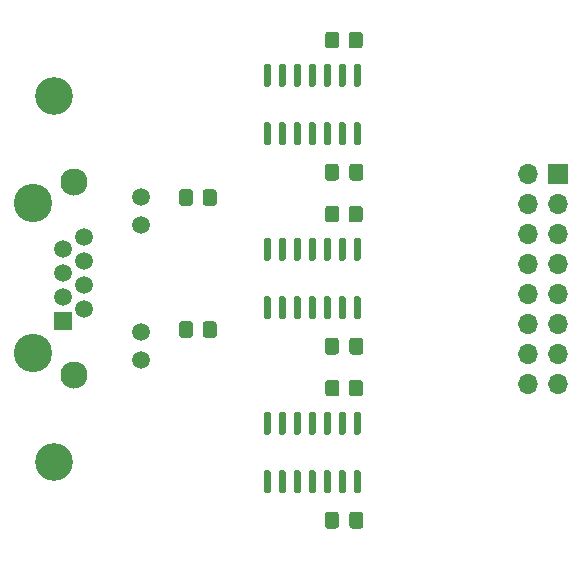
<source format=gbr>
G04 #@! TF.GenerationSoftware,KiCad,Pcbnew,7.0.2-6a45011f42~172~ubuntu22.04.1*
G04 #@! TF.CreationDate,2023-06-19T14:24:24-04:00*
G04 #@! TF.ProjectId,differential_encoder_encoder,64696666-6572-4656-9e74-69616c5f656e,rev?*
G04 #@! TF.SameCoordinates,Original*
G04 #@! TF.FileFunction,Soldermask,Top*
G04 #@! TF.FilePolarity,Negative*
%FSLAX46Y46*%
G04 Gerber Fmt 4.6, Leading zero omitted, Abs format (unit mm)*
G04 Created by KiCad (PCBNEW 7.0.2-6a45011f42~172~ubuntu22.04.1) date 2023-06-19 14:24:24*
%MOMM*%
%LPD*%
G01*
G04 APERTURE LIST*
%ADD10C,3.250000*%
%ADD11R,1.500000X1.500000*%
%ADD12C,1.500000*%
%ADD13C,2.300000*%
%ADD14C,3.200000*%
%ADD15R,1.700000X1.700000*%
%ADD16O,1.700000X1.700000*%
G04 APERTURE END LIST*
G04 #@! TO.C,U101*
G36*
G01*
X174856000Y-62336000D02*
X175156000Y-62336000D01*
G75*
G02*
X175306000Y-62486000I0J-150000D01*
G01*
X175306000Y-64136000D01*
G75*
G02*
X175156000Y-64286000I-150000J0D01*
G01*
X174856000Y-64286000D01*
G75*
G02*
X174706000Y-64136000I0J150000D01*
G01*
X174706000Y-62486000D01*
G75*
G02*
X174856000Y-62336000I150000J0D01*
G01*
G37*
G36*
G01*
X173586000Y-62336000D02*
X173886000Y-62336000D01*
G75*
G02*
X174036000Y-62486000I0J-150000D01*
G01*
X174036000Y-64136000D01*
G75*
G02*
X173886000Y-64286000I-150000J0D01*
G01*
X173586000Y-64286000D01*
G75*
G02*
X173436000Y-64136000I0J150000D01*
G01*
X173436000Y-62486000D01*
G75*
G02*
X173586000Y-62336000I150000J0D01*
G01*
G37*
G36*
G01*
X172316000Y-62336000D02*
X172616000Y-62336000D01*
G75*
G02*
X172766000Y-62486000I0J-150000D01*
G01*
X172766000Y-64136000D01*
G75*
G02*
X172616000Y-64286000I-150000J0D01*
G01*
X172316000Y-64286000D01*
G75*
G02*
X172166000Y-64136000I0J150000D01*
G01*
X172166000Y-62486000D01*
G75*
G02*
X172316000Y-62336000I150000J0D01*
G01*
G37*
G36*
G01*
X171046000Y-62336000D02*
X171346000Y-62336000D01*
G75*
G02*
X171496000Y-62486000I0J-150000D01*
G01*
X171496000Y-64136000D01*
G75*
G02*
X171346000Y-64286000I-150000J0D01*
G01*
X171046000Y-64286000D01*
G75*
G02*
X170896000Y-64136000I0J150000D01*
G01*
X170896000Y-62486000D01*
G75*
G02*
X171046000Y-62336000I150000J0D01*
G01*
G37*
G36*
G01*
X169776000Y-62336000D02*
X170076000Y-62336000D01*
G75*
G02*
X170226000Y-62486000I0J-150000D01*
G01*
X170226000Y-64136000D01*
G75*
G02*
X170076000Y-64286000I-150000J0D01*
G01*
X169776000Y-64286000D01*
G75*
G02*
X169626000Y-64136000I0J150000D01*
G01*
X169626000Y-62486000D01*
G75*
G02*
X169776000Y-62336000I150000J0D01*
G01*
G37*
G36*
G01*
X168506000Y-62336000D02*
X168806000Y-62336000D01*
G75*
G02*
X168956000Y-62486000I0J-150000D01*
G01*
X168956000Y-64136000D01*
G75*
G02*
X168806000Y-64286000I-150000J0D01*
G01*
X168506000Y-64286000D01*
G75*
G02*
X168356000Y-64136000I0J150000D01*
G01*
X168356000Y-62486000D01*
G75*
G02*
X168506000Y-62336000I150000J0D01*
G01*
G37*
G36*
G01*
X167236000Y-62336000D02*
X167536000Y-62336000D01*
G75*
G02*
X167686000Y-62486000I0J-150000D01*
G01*
X167686000Y-64136000D01*
G75*
G02*
X167536000Y-64286000I-150000J0D01*
G01*
X167236000Y-64286000D01*
G75*
G02*
X167086000Y-64136000I0J150000D01*
G01*
X167086000Y-62486000D01*
G75*
G02*
X167236000Y-62336000I150000J0D01*
G01*
G37*
G36*
G01*
X167236000Y-67286000D02*
X167536000Y-67286000D01*
G75*
G02*
X167686000Y-67436000I0J-150000D01*
G01*
X167686000Y-69086000D01*
G75*
G02*
X167536000Y-69236000I-150000J0D01*
G01*
X167236000Y-69236000D01*
G75*
G02*
X167086000Y-69086000I0J150000D01*
G01*
X167086000Y-67436000D01*
G75*
G02*
X167236000Y-67286000I150000J0D01*
G01*
G37*
G36*
G01*
X168506000Y-67286000D02*
X168806000Y-67286000D01*
G75*
G02*
X168956000Y-67436000I0J-150000D01*
G01*
X168956000Y-69086000D01*
G75*
G02*
X168806000Y-69236000I-150000J0D01*
G01*
X168506000Y-69236000D01*
G75*
G02*
X168356000Y-69086000I0J150000D01*
G01*
X168356000Y-67436000D01*
G75*
G02*
X168506000Y-67286000I150000J0D01*
G01*
G37*
G36*
G01*
X169776000Y-67286000D02*
X170076000Y-67286000D01*
G75*
G02*
X170226000Y-67436000I0J-150000D01*
G01*
X170226000Y-69086000D01*
G75*
G02*
X170076000Y-69236000I-150000J0D01*
G01*
X169776000Y-69236000D01*
G75*
G02*
X169626000Y-69086000I0J150000D01*
G01*
X169626000Y-67436000D01*
G75*
G02*
X169776000Y-67286000I150000J0D01*
G01*
G37*
G36*
G01*
X171046000Y-67286000D02*
X171346000Y-67286000D01*
G75*
G02*
X171496000Y-67436000I0J-150000D01*
G01*
X171496000Y-69086000D01*
G75*
G02*
X171346000Y-69236000I-150000J0D01*
G01*
X171046000Y-69236000D01*
G75*
G02*
X170896000Y-69086000I0J150000D01*
G01*
X170896000Y-67436000D01*
G75*
G02*
X171046000Y-67286000I150000J0D01*
G01*
G37*
G36*
G01*
X172316000Y-67286000D02*
X172616000Y-67286000D01*
G75*
G02*
X172766000Y-67436000I0J-150000D01*
G01*
X172766000Y-69086000D01*
G75*
G02*
X172616000Y-69236000I-150000J0D01*
G01*
X172316000Y-69236000D01*
G75*
G02*
X172166000Y-69086000I0J150000D01*
G01*
X172166000Y-67436000D01*
G75*
G02*
X172316000Y-67286000I150000J0D01*
G01*
G37*
G36*
G01*
X173586000Y-67286000D02*
X173886000Y-67286000D01*
G75*
G02*
X174036000Y-67436000I0J-150000D01*
G01*
X174036000Y-69086000D01*
G75*
G02*
X173886000Y-69236000I-150000J0D01*
G01*
X173586000Y-69236000D01*
G75*
G02*
X173436000Y-69086000I0J150000D01*
G01*
X173436000Y-67436000D01*
G75*
G02*
X173586000Y-67286000I150000J0D01*
G01*
G37*
G36*
G01*
X174856000Y-67286000D02*
X175156000Y-67286000D01*
G75*
G02*
X175306000Y-67436000I0J-150000D01*
G01*
X175306000Y-69086000D01*
G75*
G02*
X175156000Y-69236000I-150000J0D01*
G01*
X174856000Y-69236000D01*
G75*
G02*
X174706000Y-69086000I0J150000D01*
G01*
X174706000Y-67436000D01*
G75*
G02*
X174856000Y-67286000I150000J0D01*
G01*
G37*
G04 #@! TD*
D10*
G04 #@! TO.C,J101*
X147572000Y-72132000D03*
X147572000Y-59432000D03*
D11*
X150112000Y-69342000D03*
D12*
X151892000Y-68326000D03*
X150112000Y-67310000D03*
X151892000Y-66294000D03*
X150112000Y-65278000D03*
X151892000Y-64262000D03*
X150112000Y-63246000D03*
X151892000Y-62230000D03*
X156712000Y-72642000D03*
X156712000Y-70352000D03*
X156712000Y-61212000D03*
X156712000Y-58922000D03*
D13*
X151002000Y-73912000D03*
X151002000Y-57652000D03*
G04 #@! TD*
G04 #@! TO.C,C102*
G36*
G01*
X175534900Y-56305200D02*
X175534900Y-57255200D01*
G75*
G02*
X175284900Y-57505200I-250000J0D01*
G01*
X174609900Y-57505200D01*
G75*
G02*
X174359900Y-57255200I0J250000D01*
G01*
X174359900Y-56305200D01*
G75*
G02*
X174609900Y-56055200I250000J0D01*
G01*
X175284900Y-56055200D01*
G75*
G02*
X175534900Y-56305200I0J-250000D01*
G01*
G37*
G36*
G01*
X173459900Y-56305200D02*
X173459900Y-57255200D01*
G75*
G02*
X173209900Y-57505200I-250000J0D01*
G01*
X172534900Y-57505200D01*
G75*
G02*
X172284900Y-57255200I0J250000D01*
G01*
X172284900Y-56305200D01*
G75*
G02*
X172534900Y-56055200I250000J0D01*
G01*
X173209900Y-56055200D01*
G75*
G02*
X173459900Y-56305200I0J-250000D01*
G01*
G37*
G04 #@! TD*
G04 #@! TO.C,R103*
G36*
G01*
X163128000Y-58478000D02*
X163128000Y-59378000D01*
G75*
G02*
X162878000Y-59628000I-250000J0D01*
G01*
X162178000Y-59628000D01*
G75*
G02*
X161928000Y-59378000I0J250000D01*
G01*
X161928000Y-58478000D01*
G75*
G02*
X162178000Y-58228000I250000J0D01*
G01*
X162878000Y-58228000D01*
G75*
G02*
X163128000Y-58478000I0J-250000D01*
G01*
G37*
G36*
G01*
X161128000Y-58478000D02*
X161128000Y-59378000D01*
G75*
G02*
X160878000Y-59628000I-250000J0D01*
G01*
X160178000Y-59628000D01*
G75*
G02*
X159928000Y-59378000I0J250000D01*
G01*
X159928000Y-58478000D01*
G75*
G02*
X160178000Y-58228000I250000J0D01*
G01*
X160878000Y-58228000D01*
G75*
G02*
X161128000Y-58478000I0J-250000D01*
G01*
G37*
G04 #@! TD*
G04 #@! TO.C,R102*
G36*
G01*
X163128000Y-69654000D02*
X163128000Y-70554000D01*
G75*
G02*
X162878000Y-70804000I-250000J0D01*
G01*
X162178000Y-70804000D01*
G75*
G02*
X161928000Y-70554000I0J250000D01*
G01*
X161928000Y-69654000D01*
G75*
G02*
X162178000Y-69404000I250000J0D01*
G01*
X162878000Y-69404000D01*
G75*
G02*
X163128000Y-69654000I0J-250000D01*
G01*
G37*
G36*
G01*
X161128000Y-69654000D02*
X161128000Y-70554000D01*
G75*
G02*
X160878000Y-70804000I-250000J0D01*
G01*
X160178000Y-70804000D01*
G75*
G02*
X159928000Y-70554000I0J250000D01*
G01*
X159928000Y-69654000D01*
G75*
G02*
X160178000Y-69404000I250000J0D01*
G01*
X160878000Y-69404000D01*
G75*
G02*
X161128000Y-69654000I0J-250000D01*
G01*
G37*
G04 #@! TD*
D14*
G04 #@! TO.C,REF\u002A\u002A*
X149352000Y-50292000D03*
G04 #@! TD*
G04 #@! TO.C,R105*
G36*
G01*
X175504400Y-74618200D02*
X175504400Y-75518200D01*
G75*
G02*
X175254400Y-75768200I-250000J0D01*
G01*
X174554400Y-75768200D01*
G75*
G02*
X174304400Y-75518200I0J250000D01*
G01*
X174304400Y-74618200D01*
G75*
G02*
X174554400Y-74368200I250000J0D01*
G01*
X175254400Y-74368200D01*
G75*
G02*
X175504400Y-74618200I0J-250000D01*
G01*
G37*
G36*
G01*
X173504400Y-74618200D02*
X173504400Y-75518200D01*
G75*
G02*
X173254400Y-75768200I-250000J0D01*
G01*
X172554400Y-75768200D01*
G75*
G02*
X172304400Y-75518200I0J250000D01*
G01*
X172304400Y-74618200D01*
G75*
G02*
X172554400Y-74368200I250000J0D01*
G01*
X173254400Y-74368200D01*
G75*
G02*
X173504400Y-74618200I0J-250000D01*
G01*
G37*
G04 #@! TD*
G04 #@! TO.C,U103*
G36*
G01*
X174856000Y-77068000D02*
X175156000Y-77068000D01*
G75*
G02*
X175306000Y-77218000I0J-150000D01*
G01*
X175306000Y-78868000D01*
G75*
G02*
X175156000Y-79018000I-150000J0D01*
G01*
X174856000Y-79018000D01*
G75*
G02*
X174706000Y-78868000I0J150000D01*
G01*
X174706000Y-77218000D01*
G75*
G02*
X174856000Y-77068000I150000J0D01*
G01*
G37*
G36*
G01*
X173586000Y-77068000D02*
X173886000Y-77068000D01*
G75*
G02*
X174036000Y-77218000I0J-150000D01*
G01*
X174036000Y-78868000D01*
G75*
G02*
X173886000Y-79018000I-150000J0D01*
G01*
X173586000Y-79018000D01*
G75*
G02*
X173436000Y-78868000I0J150000D01*
G01*
X173436000Y-77218000D01*
G75*
G02*
X173586000Y-77068000I150000J0D01*
G01*
G37*
G36*
G01*
X172316000Y-77068000D02*
X172616000Y-77068000D01*
G75*
G02*
X172766000Y-77218000I0J-150000D01*
G01*
X172766000Y-78868000D01*
G75*
G02*
X172616000Y-79018000I-150000J0D01*
G01*
X172316000Y-79018000D01*
G75*
G02*
X172166000Y-78868000I0J150000D01*
G01*
X172166000Y-77218000D01*
G75*
G02*
X172316000Y-77068000I150000J0D01*
G01*
G37*
G36*
G01*
X171046000Y-77068000D02*
X171346000Y-77068000D01*
G75*
G02*
X171496000Y-77218000I0J-150000D01*
G01*
X171496000Y-78868000D01*
G75*
G02*
X171346000Y-79018000I-150000J0D01*
G01*
X171046000Y-79018000D01*
G75*
G02*
X170896000Y-78868000I0J150000D01*
G01*
X170896000Y-77218000D01*
G75*
G02*
X171046000Y-77068000I150000J0D01*
G01*
G37*
G36*
G01*
X169776000Y-77068000D02*
X170076000Y-77068000D01*
G75*
G02*
X170226000Y-77218000I0J-150000D01*
G01*
X170226000Y-78868000D01*
G75*
G02*
X170076000Y-79018000I-150000J0D01*
G01*
X169776000Y-79018000D01*
G75*
G02*
X169626000Y-78868000I0J150000D01*
G01*
X169626000Y-77218000D01*
G75*
G02*
X169776000Y-77068000I150000J0D01*
G01*
G37*
G36*
G01*
X168506000Y-77068000D02*
X168806000Y-77068000D01*
G75*
G02*
X168956000Y-77218000I0J-150000D01*
G01*
X168956000Y-78868000D01*
G75*
G02*
X168806000Y-79018000I-150000J0D01*
G01*
X168506000Y-79018000D01*
G75*
G02*
X168356000Y-78868000I0J150000D01*
G01*
X168356000Y-77218000D01*
G75*
G02*
X168506000Y-77068000I150000J0D01*
G01*
G37*
G36*
G01*
X167236000Y-77068000D02*
X167536000Y-77068000D01*
G75*
G02*
X167686000Y-77218000I0J-150000D01*
G01*
X167686000Y-78868000D01*
G75*
G02*
X167536000Y-79018000I-150000J0D01*
G01*
X167236000Y-79018000D01*
G75*
G02*
X167086000Y-78868000I0J150000D01*
G01*
X167086000Y-77218000D01*
G75*
G02*
X167236000Y-77068000I150000J0D01*
G01*
G37*
G36*
G01*
X167236000Y-82018000D02*
X167536000Y-82018000D01*
G75*
G02*
X167686000Y-82168000I0J-150000D01*
G01*
X167686000Y-83818000D01*
G75*
G02*
X167536000Y-83968000I-150000J0D01*
G01*
X167236000Y-83968000D01*
G75*
G02*
X167086000Y-83818000I0J150000D01*
G01*
X167086000Y-82168000D01*
G75*
G02*
X167236000Y-82018000I150000J0D01*
G01*
G37*
G36*
G01*
X168506000Y-82018000D02*
X168806000Y-82018000D01*
G75*
G02*
X168956000Y-82168000I0J-150000D01*
G01*
X168956000Y-83818000D01*
G75*
G02*
X168806000Y-83968000I-150000J0D01*
G01*
X168506000Y-83968000D01*
G75*
G02*
X168356000Y-83818000I0J150000D01*
G01*
X168356000Y-82168000D01*
G75*
G02*
X168506000Y-82018000I150000J0D01*
G01*
G37*
G36*
G01*
X169776000Y-82018000D02*
X170076000Y-82018000D01*
G75*
G02*
X170226000Y-82168000I0J-150000D01*
G01*
X170226000Y-83818000D01*
G75*
G02*
X170076000Y-83968000I-150000J0D01*
G01*
X169776000Y-83968000D01*
G75*
G02*
X169626000Y-83818000I0J150000D01*
G01*
X169626000Y-82168000D01*
G75*
G02*
X169776000Y-82018000I150000J0D01*
G01*
G37*
G36*
G01*
X171046000Y-82018000D02*
X171346000Y-82018000D01*
G75*
G02*
X171496000Y-82168000I0J-150000D01*
G01*
X171496000Y-83818000D01*
G75*
G02*
X171346000Y-83968000I-150000J0D01*
G01*
X171046000Y-83968000D01*
G75*
G02*
X170896000Y-83818000I0J150000D01*
G01*
X170896000Y-82168000D01*
G75*
G02*
X171046000Y-82018000I150000J0D01*
G01*
G37*
G36*
G01*
X172316000Y-82018000D02*
X172616000Y-82018000D01*
G75*
G02*
X172766000Y-82168000I0J-150000D01*
G01*
X172766000Y-83818000D01*
G75*
G02*
X172616000Y-83968000I-150000J0D01*
G01*
X172316000Y-83968000D01*
G75*
G02*
X172166000Y-83818000I0J150000D01*
G01*
X172166000Y-82168000D01*
G75*
G02*
X172316000Y-82018000I150000J0D01*
G01*
G37*
G36*
G01*
X173586000Y-82018000D02*
X173886000Y-82018000D01*
G75*
G02*
X174036000Y-82168000I0J-150000D01*
G01*
X174036000Y-83818000D01*
G75*
G02*
X173886000Y-83968000I-150000J0D01*
G01*
X173586000Y-83968000D01*
G75*
G02*
X173436000Y-83818000I0J150000D01*
G01*
X173436000Y-82168000D01*
G75*
G02*
X173586000Y-82018000I150000J0D01*
G01*
G37*
G36*
G01*
X174856000Y-82018000D02*
X175156000Y-82018000D01*
G75*
G02*
X175306000Y-82168000I0J-150000D01*
G01*
X175306000Y-83818000D01*
G75*
G02*
X175156000Y-83968000I-150000J0D01*
G01*
X174856000Y-83968000D01*
G75*
G02*
X174706000Y-83818000I0J150000D01*
G01*
X174706000Y-82168000D01*
G75*
G02*
X174856000Y-82018000I150000J0D01*
G01*
G37*
G04 #@! TD*
G04 #@! TO.C,U102*
G36*
G01*
X174856000Y-47604000D02*
X175156000Y-47604000D01*
G75*
G02*
X175306000Y-47754000I0J-150000D01*
G01*
X175306000Y-49404000D01*
G75*
G02*
X175156000Y-49554000I-150000J0D01*
G01*
X174856000Y-49554000D01*
G75*
G02*
X174706000Y-49404000I0J150000D01*
G01*
X174706000Y-47754000D01*
G75*
G02*
X174856000Y-47604000I150000J0D01*
G01*
G37*
G36*
G01*
X173586000Y-47604000D02*
X173886000Y-47604000D01*
G75*
G02*
X174036000Y-47754000I0J-150000D01*
G01*
X174036000Y-49404000D01*
G75*
G02*
X173886000Y-49554000I-150000J0D01*
G01*
X173586000Y-49554000D01*
G75*
G02*
X173436000Y-49404000I0J150000D01*
G01*
X173436000Y-47754000D01*
G75*
G02*
X173586000Y-47604000I150000J0D01*
G01*
G37*
G36*
G01*
X172316000Y-47604000D02*
X172616000Y-47604000D01*
G75*
G02*
X172766000Y-47754000I0J-150000D01*
G01*
X172766000Y-49404000D01*
G75*
G02*
X172616000Y-49554000I-150000J0D01*
G01*
X172316000Y-49554000D01*
G75*
G02*
X172166000Y-49404000I0J150000D01*
G01*
X172166000Y-47754000D01*
G75*
G02*
X172316000Y-47604000I150000J0D01*
G01*
G37*
G36*
G01*
X171046000Y-47604000D02*
X171346000Y-47604000D01*
G75*
G02*
X171496000Y-47754000I0J-150000D01*
G01*
X171496000Y-49404000D01*
G75*
G02*
X171346000Y-49554000I-150000J0D01*
G01*
X171046000Y-49554000D01*
G75*
G02*
X170896000Y-49404000I0J150000D01*
G01*
X170896000Y-47754000D01*
G75*
G02*
X171046000Y-47604000I150000J0D01*
G01*
G37*
G36*
G01*
X169776000Y-47604000D02*
X170076000Y-47604000D01*
G75*
G02*
X170226000Y-47754000I0J-150000D01*
G01*
X170226000Y-49404000D01*
G75*
G02*
X170076000Y-49554000I-150000J0D01*
G01*
X169776000Y-49554000D01*
G75*
G02*
X169626000Y-49404000I0J150000D01*
G01*
X169626000Y-47754000D01*
G75*
G02*
X169776000Y-47604000I150000J0D01*
G01*
G37*
G36*
G01*
X168506000Y-47604000D02*
X168806000Y-47604000D01*
G75*
G02*
X168956000Y-47754000I0J-150000D01*
G01*
X168956000Y-49404000D01*
G75*
G02*
X168806000Y-49554000I-150000J0D01*
G01*
X168506000Y-49554000D01*
G75*
G02*
X168356000Y-49404000I0J150000D01*
G01*
X168356000Y-47754000D01*
G75*
G02*
X168506000Y-47604000I150000J0D01*
G01*
G37*
G36*
G01*
X167236000Y-47604000D02*
X167536000Y-47604000D01*
G75*
G02*
X167686000Y-47754000I0J-150000D01*
G01*
X167686000Y-49404000D01*
G75*
G02*
X167536000Y-49554000I-150000J0D01*
G01*
X167236000Y-49554000D01*
G75*
G02*
X167086000Y-49404000I0J150000D01*
G01*
X167086000Y-47754000D01*
G75*
G02*
X167236000Y-47604000I150000J0D01*
G01*
G37*
G36*
G01*
X167236000Y-52554000D02*
X167536000Y-52554000D01*
G75*
G02*
X167686000Y-52704000I0J-150000D01*
G01*
X167686000Y-54354000D01*
G75*
G02*
X167536000Y-54504000I-150000J0D01*
G01*
X167236000Y-54504000D01*
G75*
G02*
X167086000Y-54354000I0J150000D01*
G01*
X167086000Y-52704000D01*
G75*
G02*
X167236000Y-52554000I150000J0D01*
G01*
G37*
G36*
G01*
X168506000Y-52554000D02*
X168806000Y-52554000D01*
G75*
G02*
X168956000Y-52704000I0J-150000D01*
G01*
X168956000Y-54354000D01*
G75*
G02*
X168806000Y-54504000I-150000J0D01*
G01*
X168506000Y-54504000D01*
G75*
G02*
X168356000Y-54354000I0J150000D01*
G01*
X168356000Y-52704000D01*
G75*
G02*
X168506000Y-52554000I150000J0D01*
G01*
G37*
G36*
G01*
X169776000Y-52554000D02*
X170076000Y-52554000D01*
G75*
G02*
X170226000Y-52704000I0J-150000D01*
G01*
X170226000Y-54354000D01*
G75*
G02*
X170076000Y-54504000I-150000J0D01*
G01*
X169776000Y-54504000D01*
G75*
G02*
X169626000Y-54354000I0J150000D01*
G01*
X169626000Y-52704000D01*
G75*
G02*
X169776000Y-52554000I150000J0D01*
G01*
G37*
G36*
G01*
X171046000Y-52554000D02*
X171346000Y-52554000D01*
G75*
G02*
X171496000Y-52704000I0J-150000D01*
G01*
X171496000Y-54354000D01*
G75*
G02*
X171346000Y-54504000I-150000J0D01*
G01*
X171046000Y-54504000D01*
G75*
G02*
X170896000Y-54354000I0J150000D01*
G01*
X170896000Y-52704000D01*
G75*
G02*
X171046000Y-52554000I150000J0D01*
G01*
G37*
G36*
G01*
X172316000Y-52554000D02*
X172616000Y-52554000D01*
G75*
G02*
X172766000Y-52704000I0J-150000D01*
G01*
X172766000Y-54354000D01*
G75*
G02*
X172616000Y-54504000I-150000J0D01*
G01*
X172316000Y-54504000D01*
G75*
G02*
X172166000Y-54354000I0J150000D01*
G01*
X172166000Y-52704000D01*
G75*
G02*
X172316000Y-52554000I150000J0D01*
G01*
G37*
G36*
G01*
X173586000Y-52554000D02*
X173886000Y-52554000D01*
G75*
G02*
X174036000Y-52704000I0J-150000D01*
G01*
X174036000Y-54354000D01*
G75*
G02*
X173886000Y-54504000I-150000J0D01*
G01*
X173586000Y-54504000D01*
G75*
G02*
X173436000Y-54354000I0J150000D01*
G01*
X173436000Y-52704000D01*
G75*
G02*
X173586000Y-52554000I150000J0D01*
G01*
G37*
G36*
G01*
X174856000Y-52554000D02*
X175156000Y-52554000D01*
G75*
G02*
X175306000Y-52704000I0J-150000D01*
G01*
X175306000Y-54354000D01*
G75*
G02*
X175156000Y-54504000I-150000J0D01*
G01*
X174856000Y-54504000D01*
G75*
G02*
X174706000Y-54354000I0J150000D01*
G01*
X174706000Y-52704000D01*
G75*
G02*
X174856000Y-52554000I150000J0D01*
G01*
G37*
G04 #@! TD*
G04 #@! TO.C,R104*
G36*
G01*
X175488400Y-45154200D02*
X175488400Y-46054200D01*
G75*
G02*
X175238400Y-46304200I-250000J0D01*
G01*
X174538400Y-46304200D01*
G75*
G02*
X174288400Y-46054200I0J250000D01*
G01*
X174288400Y-45154200D01*
G75*
G02*
X174538400Y-44904200I250000J0D01*
G01*
X175238400Y-44904200D01*
G75*
G02*
X175488400Y-45154200I0J-250000D01*
G01*
G37*
G36*
G01*
X173488400Y-45154200D02*
X173488400Y-46054200D01*
G75*
G02*
X173238400Y-46304200I-250000J0D01*
G01*
X172538400Y-46304200D01*
G75*
G02*
X172288400Y-46054200I0J250000D01*
G01*
X172288400Y-45154200D01*
G75*
G02*
X172538400Y-44904200I250000J0D01*
G01*
X173238400Y-44904200D01*
G75*
G02*
X173488400Y-45154200I0J-250000D01*
G01*
G37*
G04 #@! TD*
G04 #@! TO.C,C103*
G36*
G01*
X175534900Y-85769200D02*
X175534900Y-86719200D01*
G75*
G02*
X175284900Y-86969200I-250000J0D01*
G01*
X174609900Y-86969200D01*
G75*
G02*
X174359900Y-86719200I0J250000D01*
G01*
X174359900Y-85769200D01*
G75*
G02*
X174609900Y-85519200I250000J0D01*
G01*
X175284900Y-85519200D01*
G75*
G02*
X175534900Y-85769200I0J-250000D01*
G01*
G37*
G36*
G01*
X173459900Y-85769200D02*
X173459900Y-86719200D01*
G75*
G02*
X173209900Y-86969200I-250000J0D01*
G01*
X172534900Y-86969200D01*
G75*
G02*
X172284900Y-86719200I0J250000D01*
G01*
X172284900Y-85769200D01*
G75*
G02*
X172534900Y-85519200I250000J0D01*
G01*
X173209900Y-85519200D01*
G75*
G02*
X173459900Y-85769200I0J-250000D01*
G01*
G37*
G04 #@! TD*
G04 #@! TO.C,REF\u002A\u002A*
X149352000Y-81280000D03*
G04 #@! TD*
G04 #@! TO.C,R101*
G36*
G01*
X175488400Y-59886200D02*
X175488400Y-60786200D01*
G75*
G02*
X175238400Y-61036200I-250000J0D01*
G01*
X174538400Y-61036200D01*
G75*
G02*
X174288400Y-60786200I0J250000D01*
G01*
X174288400Y-59886200D01*
G75*
G02*
X174538400Y-59636200I250000J0D01*
G01*
X175238400Y-59636200D01*
G75*
G02*
X175488400Y-59886200I0J-250000D01*
G01*
G37*
G36*
G01*
X173488400Y-59886200D02*
X173488400Y-60786200D01*
G75*
G02*
X173238400Y-61036200I-250000J0D01*
G01*
X172538400Y-61036200D01*
G75*
G02*
X172288400Y-60786200I0J250000D01*
G01*
X172288400Y-59886200D01*
G75*
G02*
X172538400Y-59636200I250000J0D01*
G01*
X173238400Y-59636200D01*
G75*
G02*
X173488400Y-59886200I0J-250000D01*
G01*
G37*
G04 #@! TD*
D15*
G04 #@! TO.C,J102*
X192024000Y-56896000D03*
D16*
X189484000Y-56896000D03*
X192024000Y-59436000D03*
X189484000Y-59436000D03*
X192024000Y-61976000D03*
X189484000Y-61976000D03*
X192024000Y-64516000D03*
X189484000Y-64516000D03*
X192024000Y-67056000D03*
X189484000Y-67056000D03*
X192024000Y-69596000D03*
X189484000Y-69596000D03*
X192024000Y-72136000D03*
X189484000Y-72136000D03*
X192024000Y-74676000D03*
X189484000Y-74676000D03*
G04 #@! TD*
G04 #@! TO.C,C101*
G36*
G01*
X175534900Y-71037200D02*
X175534900Y-71987200D01*
G75*
G02*
X175284900Y-72237200I-250000J0D01*
G01*
X174609900Y-72237200D01*
G75*
G02*
X174359900Y-71987200I0J250000D01*
G01*
X174359900Y-71037200D01*
G75*
G02*
X174609900Y-70787200I250000J0D01*
G01*
X175284900Y-70787200D01*
G75*
G02*
X175534900Y-71037200I0J-250000D01*
G01*
G37*
G36*
G01*
X173459900Y-71037200D02*
X173459900Y-71987200D01*
G75*
G02*
X173209900Y-72237200I-250000J0D01*
G01*
X172534900Y-72237200D01*
G75*
G02*
X172284900Y-71987200I0J250000D01*
G01*
X172284900Y-71037200D01*
G75*
G02*
X172534900Y-70787200I250000J0D01*
G01*
X173209900Y-70787200D01*
G75*
G02*
X173459900Y-71037200I0J-250000D01*
G01*
G37*
G04 #@! TD*
M02*

</source>
